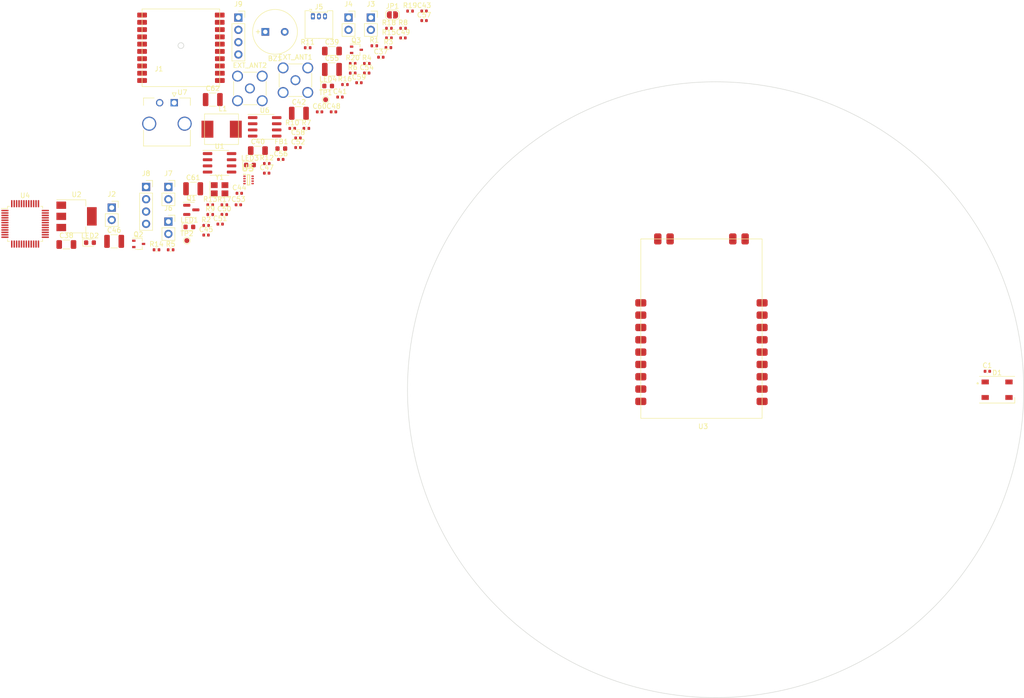
<source format=kicad_pcb>
(kicad_pcb (version 20211014) (generator pcbnew)
  (layers (0 "F.Cu" signal) (31 "B.Cu" signal) (34 "B.Paste" user) (35 "F.Paste" user) (36 "B.SilkS" user "B.Silkscreen") (37 "F.SilkS" user "F.Silkscreen") (38 "B.Mask" user) (39 "F.Mask" user) (44 "Edge.Cuts" user))
  (net 0 "")
  (net 1 "+5V")
  (net 2 "Net-(BZ1-Pad2)")
  (net 3 "GND")
  (net 4 "+3V3")
  (net 5 "+3.3VA")
  (net 6 "/OSC_IN")
  (net 7 "/OSC_OUT")
  (net 8 "NRST")
  (net 9 "+12V")
  (net 10 "Net-(D1-Pad2)")
  (net 11 "/LEDs/DIN")
  (net 12 "Net-(EXT_ANT1-Pad1)")
  (net 13 "Net-(EXT_ANT2-Pad1)")
  (net 14 "CANL")
  (net 15 "CANH")
  (net 16 "BOOT0")
  (net 17 "AMPOUT")
  (net 18 "SWCLK")
  (net 19 "SWDIO")
  (net 20 "UART1_RX")
  (net 21 "UART1_TX")
  (net 22 "Net-(JP1-Pad2)")
  (net 23 "Net-(LED1-Pad2)")
  (net 24 "Net-(LED2-Pad2)")
  (net 25 "Net-(LED3-Pad2)")
  (net 26 "Net-(LED4-Pad2)")
  (net 27 "Net-(Q1-Pad1)")
  (net 28 "Net-(Q2-Pad1)")
  (net 29 "BUZZER")
  (net 30 "STAT1")
  (net 31 "STAT2")
  (net 32 "I2C2_SCL")
  (net 33 "I2C2_SDA")
  (net 34 "MOSFET1")
  (net 35 "Net-(R15-Pad1)")
  (net 36 "Net-(R17-Pad1)")
  (net 37 "VBACKUP")
  (net 38 "3DFIX")
  (net 40 "GPSTX")
  (net 41 "GPSRX")
  (net 42 "ADC1")
  (net 43 "RXEN")
  (net 44 "DIO3")
  (net 45 "DIO4")
  (net 46 "DIO5")
  (net 47 "DIO1")
  (net 48 "TXEN")
  (net 49 "SPI2_CS")
  (net 50 "SPI2_SCK")
  (net 51 "SPI2_DI")
  (net 52 "SPI2_DO")
  (net 53 "DIO0")
  (net 54 "CAN_RX")
  (net 55 "CAN_TX")
  (net 56 "DIO2")
  (net 59 "Net-(Q1-Pad2)")
  (net 60 "Net-(Q3-Pad1)")
  (net 61 "Net-(R9-Pad1)")
  (net 62 "Net-(R16-Pad1)")
  (net 80 "Net-(C56-Pad2)")
  (net 81 "Net-(C59-Pad1)")
  (net 82 "Net-(C59-Pad2)")
  (net 83 "Net-(C60-Pad2)")
  (footprint "Connector_PinSocket_2.54mm:PinSocket_1x02_P2.54mm_Vertical" (layer "F.Cu") (at 94.23 115.33)
    (fp_text reference "J6" (at 0 -2.77) (layer "F.SilkS"))
    (fp_text value "RESET" hide)
    (pad "1" thru_hole rect (at 0 0) (size 1.7 1.7) (drill 1) (layers *.Cu *.Mask) (net 8 "NRST"))
    (pad "2" thru_hole oval (at 0 2.54) (size 1.7 1.7) (drill 1) (layers *.Cu *.Mask) (net 3 "GND"))
  )
  (footprint "Capacitor_SMD:C_0402_1005Metric" (layer "F.Cu") (at 108.65 111.87)
    (fp_text reference "C53" (at 0 -1.16) (layer "F.SilkS"))
    (fp_text value "0.1uF" hide)
    (pad "1" smd roundrect (at -0.48 0) (size 0.56 0.62) (layers "F.Cu" "F.Paste" "F.Mask") (net 3 "GND"))
    (pad "2" smd roundrect (at 0.48 0) (size 0.56 0.62) (layers "F.Cu" "F.Paste" "F.Mask") (net 9 "+12V"))
  )
  (footprint "Package_TO_SOT_SMD:SOT-323_SC-70" (layer "F.Cu") (at 88.1 119.93)
    (fp_text reference "Q2" (at -0.05 -1.95) (layer "F.SilkS"))
    (fp_text value "BC846AWHE3" hide)
    (pad "1" smd rect (at -1 -0.65 270) (size 0.45 0.7) (layers "F.Cu" "F.Paste" "F.Mask") (net 28 "Net-(Q2-Pad1)"))
    (pad "2" smd rect (at -1 0.65 270) (size 0.45 0.7) (layers "F.Cu" "F.Paste" "F.Mask") (net 27 "Net-(Q1-Pad1)"))
    (pad "3" smd rect (at 1 0 270) (size 0.45 0.7) (layers "F.Cu" "F.Paste" "F.Mask") (net 3 "GND"))
  )
  (footprint "Package_SO:SOIC-8_3.9x4.9mm_P1.27mm" (layer "F.Cu") (at 104.77 103.21)
    (fp_text reference "U1" (at 0 -3.4) (layer "F.SilkS"))
    (fp_text value "ACS711xLCTR-25AB" hide)
    (pad "1" smd roundrect (at -2.475 -1.905) (size 1.95 0.6) (layers "F.Cu" "F.Paste" "F.Mask") (net 9 "+12V"))
    (pad "2" smd roundrect (at -2.475 -0.635) (size 1.95 0.6) (layers "F.Cu" "F.Paste" "F.Mask") (net 9 "+12V"))
    (pad "3" smd roundrect (at -2.475 0.635) (size 1.95 0.6) (layers "F.Cu" "F.Paste" "F.Mask") (net 59 "Net-(Q1-Pad2)"))
    (pad "4" smd roundrect (at -2.475 1.905) (size 1.95 0.6) (layers "F.Cu" "F.Paste" "F.Mask") (net 59 "Net-(Q1-Pad2)"))
    (pad "5" smd roundrect (at 2.475 1.905) (size 1.95 0.6) (layers "F.Cu" "F.Paste" "F.Mask") (net 3 "GND"))
    (pad "6" smd roundrect (at 2.475 0.635) (size 1.95 0.6) (layers "F.Cu" "F.Paste" "F.Mask"))
    (pad "7" smd roundrect (at 2.475 -0.635) (size 1.95 0.6) (layers "F.Cu" "F.Paste" "F.Mask") (net 42 "ADC1"))
    (pad "8" smd roundrect (at 2.475 -1.905) (size 1.95 0.6) (layers "F.Cu" "F.Paste" "F.Mask") (net 4 "+3V3"))
  )
  (footprint "Package_TO_SOT_SMD:SOT-323_SC-70" (layer "F.Cu") (at 132.98 79.9)
    (fp_text reference "Q3" (at -0.05 -1.95) (layer "F.SilkS"))
    (fp_text value "BC846AWHE3" hide)
    (pad "1" smd rect (at -1 -0.65 270) (size 0.45 0.7) (layers "F.Cu" "F.Paste" "F.Mask") (net 60 "Net-(Q3-Pad1)"))
    (pad "2" smd rect (at -1 0.65 270) (size 0.45 0.7) (layers "F.Cu" "F.Paste" "F.Mask") (net 2 "Net-(BZ1-Pad2)"))
    (pad "3" smd rect (at 1 0 270) (size 0.45 0.7) (layers "F.Cu" "F.Paste" "F.Mask") (net 3 "GND"))
  )
  (footprint "Capacitor_SMD:C_0402_1005Metric" (layer "F.Cu") (at 120.94 98.09)
    (fp_text reference "C58" (at 0 -1.16) (layer "F.SilkS"))
    (fp_text value "0.1uF" hide)
    (pad "1" smd roundrect (at -0.48 0) (size 0.56 0.62) (layers "F.Cu" "F.Paste" "F.Mask") (net 1 "+5V"))
    (pad "2" smd roundrect (at 0.48 0) (size 0.56 0.62) (layers "F.Cu" "F.Paste" "F.Mask") (net 3 "GND"))
  )
  (footprint "Connector_PinSocket_2.54mm:PinSocket_1x02_P2.54mm_Vertical" (layer "F.Cu") (at 94.23 108.18)
    (fp_text reference "J7" (at 0 -2.77) (layer "F.SilkS"))
    (fp_text value "BOOT0" hide)
    (pad "1" thru_hole rect (at 0 0) (size 1.7 1.7) (drill 1) (layers *.Cu *.Mask) (net 4 "+3V3"))
    (pad "2" thru_hole oval (at 0 2.54) (size 1.7 1.7) (drill 1) (layers *.Cu *.Mask) (net 16 "BOOT0"))
  )
  (footprint "Capacitor_SMD:C_0402_1005Metric" (layer "F.Cu") (at 104.9 115.85)
    (fp_text reference "C51" (at 0 -1.16) (layer "F.SilkS"))
    (fp_text value "10nF" hide)
    (pad "1" smd roundrect (at -0.48 0) (size 0.56 0.62) (layers "F.Cu" "F.Paste" "F.Mask") (net 3 "GND"))
    (pad "2" smd roundrect (at 0.48 0) (size 0.56 0.62) (layers "F.Cu" "F.Paste" "F.Mask") (net 5 "+3.3VA"))
  )
  (footprint "Connector_PinSocket_2.54mm:PinSocket_1x04_P2.54mm_Vertical" (layer "F.Cu") (at 89.63 108.18)
    (fp_text reference "J8" (at 0 -2.77) (layer "F.SilkS"))
    (fp_text value "SWD" hide)
    (pad "1" thru_hole rect (at 0 0) (size 1.7 1.7) (drill 1) (layers *.Cu *.Mask) (net 3 "GND"))
    (pad "2" thru_hole oval (at 0 2.54) (size 1.7 1.7) (drill 1) (layers *.Cu *.Mask) (net 18 "SWCLK"))
    (pad "3" thru_hole oval (at 0 5.08) (size 1.7 1.7) (drill 1) (layers *.Cu *.Mask) (net 19 "SWDIO"))
    (pad "4" thru_hole oval (at 0 7.62) (size 1.7 1.7) (drill 1) (layers *.Cu *.Mask) (net 4 "+3V3"))
  )
  (footprint "Capacitor_SMD:C_1210_3225Metric" (layer "F.Cu") (at 103.37 90.17)
    (fp_text reference "C62" (at 0 -2.3) (layer "F.SilkS"))
    (fp_text value "22uF" hide)
    (pad "1" smd roundrect (at -1.475 0) (size 1.15 2.7) (layers "F.Cu" "F.Paste" "F.Mask") (roundrect_rratio 0.217391) (net 1 "+5V"))
    (pad "2" smd roundrect (at 1.475 0) (size 1.15 2.7) (layers "F.Cu" "F.Paste" "F.Mask") (roundrect_rratio 0.217391) (net 3 "GND"))
  )
  (footprint "Resistor_SMD:R_0402_1005Metric" (layer "F.Cu") (at 114.5 103.36)
    (fp_text reference "R12" (at 0 -1.17) (layer "F.SilkS"))
    (fp_text value "10k" hide)
    (pad "1" smd roundrect (at -0.51 0) (size 0.54 0.64) (layers "F.Cu" "F.Paste" "F.Mask") (net 29 "BUZZER"))
    (pad "2" smd roundrect (at 0.51 0) (size 0.54 0.64) (layers "F.Cu" "F.Paste" "F.Mask") (net 3 "GND"))
  )
  (footprint "TestPoint:TestPoint_Pad_D1.0mm" (layer "F.Cu") (at 98.03 119.25)
    (fp_text reference "TP2" (at 0 -1.448) (layer "F.SilkS"))
    (fp_text value "CANL" hide)
    (pad "1" smd circle (at 0 0) (size 1 1) (layers "F.Cu" "F.Mask") (net 14 "CANL"))
  )
  (footprint "Capacitor_SMD:C_0402_1005Metric" (layer "F.Cu") (at 129.59 89.65)
    (fp_text reference "C41" (at 0 -1.16) (layer "F.SilkS"))
    (fp_text value "0.1uF" hide)
    (pad "1" smd roundrect (at -0.48 0) (size 0.56 0.62) (layers "F.Cu" "F.Paste" "F.Mask") (net 8 "NRST"))
    (pad "2" smd roundrect (at 0.48 0) (size 0.56 0.62) (layers "F.Cu" "F.Paste" "F.Mask") (net 3 "GND"))
  )
  (footprint "Capacitor_SMD:C_1206_3216Metric" (layer "F.Cu") (at 112.67 100.69)
    (fp_text reference "C40" (at 0 -1.85) (layer "F.SilkS"))
    (fp_text value "10uF" hide)
    (pad "1" smd roundrect (at -1.475 0) (size 1.15 1.8) (layers "F.Cu" "F.Paste" "F.Mask") (roundrect_rratio 0.217391) (net 3 "GND"))
    (pad "2" smd roundrect (at 1.475 0) (size 1.15 1.8) (layers "F.Cu" "F.Paste" "F.Mask") (roundrect_rratio 0.217391) (net 4 "+3V3"))
  )
  (footprint "Capacitor_SMD:C_1206_3216Metric" (layer "F.Cu") (at 127.93 80.15)
    (fp_text reference "C39" (at 0 -1.85) (layer "F.SilkS"))
    (fp_text value "10uF" hide)
    (pad "1" smd roundrect (at -1.475 0) (size 1.15 1.8) (layers "F.Cu" "F.Paste" "F.Mask") (roundrect_rratio 0.217391) (net 3 "GND"))
    (pad "2" smd roundrect (at 1.475 0) (size 1.15 1.8) (layers "F.Cu" "F.Paste" "F.Mask") (roundrect_rratio 0.217391) (net 4 "+3V3"))
  )
  (footprint "Inductor_SMD:L_0603_1608Metric" (layer "F.Cu") (at 117.5 100.27)
    (fp_text reference "FB1" (at 0 -1.43) (layer "F.SilkS"))
    (fp_text value "FerriteBead" hide)
    (pad "1" smd roundrect (at -0.7875 0) (size 0.875 0.95) (layers "F.Cu" "F.Paste" "F.Mask") (net 5 "+3.3VA"))
    (pad "2" smd roundrect (at 0.7875 0) (size 0.875 0.95) (layers "F.Cu" "F.Paste" "F.Mask") (net 4 "+3V3"))
  )
  (footprint "Capacitor_SMD:C_0402_1005Metric" (layer "F.Cu") (at 146.92 73.88)
    (fp_text reference "C57" (at 0 -1.16) (layer "F.SilkS"))
    (fp_text value "0.1uF" hide)
    (pad "1" smd roundrect (at -0.48 0) (size 0.56 0.62) (layers "F.Cu" "F.Paste" "F.Mask") (net 4 "+3V3"))
    (pad "2" smd roundrect (at 0.48 0) (size 0.56 0.62) (layers "F.Cu" "F.Paste" "F.Mask") (net 3 "GND"))
  )
  (footprint "LED_SMD:LED_0603_1608Metric" (layer "F.Cu") (at 127.15 87.37)
    (fp_text reference "LED4" (at 0 -1.43) (layer "F.SilkS"))
    (fp_text value "STAT2" hide)
    (pad "1" smd roundrect (at -0.7875 0) (size 0.875 0.95) (layers "F.Cu" "F.Paste" "F.Mask") (net 3 "GND"))
    (pad "2" smd roundrect (at 0.7875 0) (size 0.875 0.95) (layers "F.Cu" "F.Paste" "F.Mask") (net 26 "Net-(LED4-Pad2)"))
  )
  (footprint "Capacitor_SMD:C_0402_1005Metric" (layer "F.Cu") (at 263 146.2 180)
    (fp_text reference "C1" (at 0.02 1.2) (layer "F.SilkS"))
    (fp_text value "0.1uF" hide)
    (pad "1" smd roundrect (at -0.48 0 180) (size 0.56 0.62) (layers "F.Cu" "F.Paste" "F.Mask"))
    (pad "2" smd roundrect (at 0.48 0 180) (size 0.56 0.62) (layers "F.Cu" "F.Paste" "F.Mask"))
  )
  (footprint "Resistor_SMD:R_0402_1005Metric" (layer "F.Cu") (at 91.78 121.15)
    (fp_text reference "R14" (at 0 -1.17) (layer "F.SilkS"))
    (fp_text value "10k" hide)
    (pad "1" smd roundrect (at -0.51 0) (size 0.54 0.64) (layers "F.Cu" "F.Paste" "F.Mask") (net 16 "BOOT0"))
    (pad "2" smd roundrect (at 0.51 0) (size 0.54 0.64) (layers "F.Cu" "F.Paste" "F.Mask") (net 3 "GND"))
  )
  (footprint "Resistor_SMD:R_0402_1005Metric" (layer "F.Cu") (at 142.59 75.47)
    (fp_text reference "R8" (at 0 -1.17) (layer "F.SilkS"))
    (fp_text value "200" hide)
    (pad "1" smd roundrect (at -0.51 0) (size 0.54 0.64) (layers "F.Cu" "F.Paste" "F.Mask") (net 31 "STAT2"))
    (pad "2" smd roundrect (at 0.51 0) (size 0.54 0.64) (layers "F.Cu" "F.Paste" "F.Mask") (net 26 "Net-(LED4-Pad2)"))
  )
  (footprint "Capacitor_SMD:C_1206_3216Metric" (layer "F.Cu") (at 73.2 120.05)
    (fp_text reference "C38" (at 0 -1.85) (layer "F.SilkS"))
    (fp_text value "10uF" hide)
    (pad "1" smd roundrect (at -1.475 0) (size 1.15 1.8) (layers "F.Cu" "F.Paste" "F.Mask") (roundrect_rratio 0.217391) (net 9 "+12V"))
    (pad "2" smd roundrect (at 1.475 0) (size 1.15 1.8) (layers "F.Cu" "F.Paste" "F.Mask") (roundrect_rratio 0.217391) (net 3 "GND"))
  )
  (footprint "Capacitor_SMD:C_0402_1005Metric" (layer "F.Cu") (at 120.94 100.06)
    (fp_text reference "C52" (at 0 -1.16) (layer "F.SilkS"))
    (fp_text value "1uF" hide)
    (pad "1" smd roundrect (at -0.48 0) (size 0.56 0.62) (layers "F.Cu" "F.Paste" "F.Mask") (net 3 "GND"))
    (pad "2" smd roundrect (at 0.48 0) (size 0.56 0.62) (layers "F.Cu" "F.Paste" "F.Mask") (net 5 "+3.3VA"))
  )
  (footprint "Capacitor_SMD:C_1210_3225Metric" (layer "F.Cu") (at 99.33 108.56)
    (fp_text reference "C61" (at 0 -2.3) (layer "F.SilkS"))
    (fp_text value "22uF" hide)
    (pad "1" smd roundrect (at -1.475 0) (size 1.15 2.7) (layers "F.Cu" "F.Paste" "F.Mask") (roundrect_rratio 0.217391) (net 1 "+5V"))
    (pad "2" smd roundrect (at 1.475 0) (size 1.15 2.7) (layers "F.Cu" "F.Paste" "F.Mask") (roundrect_rratio 0.217391) (net 3 "GND"))
  )
  (footprint "Capacitor_SMD:C_0402_1005Metric" (layer "F.Cu") (at 101.99 118.11)
    (fp_text reference "C45" (at 0 -1.16) (layer "F.SilkS"))
    (fp_text value "10pF" hide)
    (pad "1" smd roundrect (at -0.48 0) (size 0.56 0.62) (layers "F.Cu" "F.Paste" "F.Mask") (net 3 "GND"))
    (pad "2" smd roundrect (at 0.48 0) (size 0.56 0.62) (layers "F.Cu" "F.Paste" "F.Mask") (net 7 "/OSC_OUT"))
  )
  (footprint "Crystal:Crystal_SMD_3225-4Pin_3.2x2.5mm" (layer "F.Cu") (at 104.78 108.66)
    (fp_text reference "Y1" (at 0 -2.45) (layer "F.SilkS"))
    (fp_text value "8MHz" hide)
    (pad "1" smd rect (at -1.1 0.85) (size 1.4 1.2) (layers "F.Cu" "F.Paste" "F.Mask") (net 7 "/OSC_OUT"))
    (pad "2" smd rect (at 1.1 0.85) (size 1.4 1.2) (layers "F.Cu" "F.Paste" "F.Mask") (net 3 "GND"))
    (pad "3" smd rect (at 1.1 -0.85) (size 1.4 1.2) (layers "F.Cu" "F.Paste" "F.Mask") (net 6 "/OSC_IN"))
    (pad "4" smd rect (at -1.1 -0.85) (size 1.4 1.2) (layers "F.Cu" "F.Paste" "F.Mask") (net 3 "GND"))
  )
  (footprint "Capacitor_SMD:C_0402_1005Metric" (layer "F.Cu") (at 114.48 105.34)
    (fp_text reference "C47" (at 0 -1.16) (layer "F.SilkS"))
    (fp_text value "0.1uF" hide)
    (pad "1" smd roundrect (at -0.48 0) (size 0.56 0.62) (layers "F.Cu" "F.Paste" "F.Mask") (net 3 "GND"))
    (pad "2" smd roundrect (at 0.48 0) (size 0.56 0.62) (layers "F.Cu" "F.Paste" "F.Mask") (net 4 "+3V3"))
  )
  (footprint "LED_SMD:LED_WS2812B_PLCC4_5.0x5.0mm_P3.2mm" (layer "F.Cu") (at 265 150)
    (fp_text reference "D1" (at 0 -3.5) (layer "F.SilkS"))
    (fp_text value "WS2812B" hide)
    (pad "1" smd rect (at -2.45 -1.6) (size 1.5 1) (layers "F.Cu" "F.Paste" "F.Mask") (net 1 "+5V"))
    (pad "2" smd rect (at -2.45 1.6) (size 1.5 1) (layers "F.Cu" "F.Paste" "F.Mask") (net 10 "Net-(D1-Pad2)"))
    (pad "3" smd rect (at 2.45 1.6) (size 1.5 1) (layers "F.Cu" "F.Paste" "F.Mask") (net 3 "GND"))
    (pad "4" smd rect (at 2.45 -1.6) (size 1.5 1) (layers "F.Cu" "F.Paste" "F.Mask") (net 11 "/LEDs/DIN"))
  )
  (footprint "Capacitor_SMD:C_0402_1005Metric" (layer "F.Cu") (at 135.1 84.7)
    (fp_text reference "C54" (at 0 -1.16) (layer "F.SilkS"))
    (fp_text value "1uF" hide)
    (pad "1" smd roundrect (at -0.48 0) (size 0.56 0.62) (layers "F.Cu" "F.Paste" "F.Mask") (net 3 "GND"))
    (pad "2" smd roundrect (at 0.48 0) (size 0.56 0.62) (layers "F.Cu" "F.Paste" "F.Mask") (net 4 "+3V3"))
  )
  (footprint "Footprints:PA1616" (layer "F.Cu") (at 88.805 72.735)
    (fp_text reference "U7" (at 8.3 15.95 unlocked) (layer "F.SilkS"))
    (fp_text value "PA1616" hide)
    (fp_circle (center 8 6.3) (end 8.6 6.3) (layer "Edge.Cuts") (width 0.12) (fill none))
    (pad "1" smd roundrect (at 0 0) (size 2 1) (layers "F.Cu" "F.Paste" "F.Mask") (roundrect_rratio 0.15) (net 4 "+3V3"))
    (pad "2" smd roundrect (at 0 1.5) (size 2 1) (layers "F.Cu" "F.Paste" "F.Mask") (roundrect_rratio 0.15))
    (pad "3" smd roundrect (at 0 3) (size 2 1) (layers "F.Cu" "F.Paste" "F.Mask") (roundrect_rratio 0.15) (net 3 "GND"))
    (pad "4" smd roundrect (at 0 4.5) (size 2 1) (layers "F.Cu" "F.Paste" "F.Mask") (roundrect_rratio 0.15) (net 37 "VBACKUP"))
    (pad "5" smd roundrect (at 0 6) (size 2 1) (layers "F.Cu" "F.Paste" "F.Mask") (roundrect_rratio 0.15) (net 38 "3DFIX"))
    (pad "6" smd roundrect (at 0 7.5) (size 2 1) (layers "F.Cu" "F.Paste" "F.Mask") (roundrect_rratio 0.15))
    (pad "7" smd roundrect (at 0 9) (size 2 1) (layers "F.Cu" "F.Paste" "F.Mask") (roundrect_rratio 0.15))
    (pad "8" smd roundrect (at 0 10.5) (size 2 1) (layers "F.Cu" "F.Paste" "F.Mask") (roundrect_rratio 0.15) (net 3 "GND"))
    (pad "9" smd roundrect (at 0 12) (size 2 1) (layers "F.Cu" "F.Paste" "F.Mask") (roundrect_rratio 0.15) (net 40 "GPSTX"))
    (pad "10" smd roundrect (at 0 13.5) (size 2 1) (layers "F.Cu" "F.Paste" "F.Mask") (roundrect_rratio 0.15) (net 41 "GPSRX"))
    (pad "11" smd roundrect (at 16.025 13.5) (size 2 1) (layers "F.Cu" "F.Paste" "F.Mask") (roundrect_rratio 0.15) (net 13 "Net-(EXT_ANT2-Pad1)"))
    (pad "12" smd roundrect (at 16.025 12) (size 2 1) (layers "F.Cu" "F.Paste" "F.Mask") (roundrect_rratio 0.15) (net 3 "GND"))
    (pad "13" smd roundrect (at 16.025 10.5) (size 2 1) (layers "F.Cu" "F.Paste" "F.Mask") (roundrect_rratio 0.15))
    (pad "14" smd roundrect (at 16.025 9) (size 2 1) (layers "F.Cu" "F.Paste" "F.Mask") (roundrect_rratio 0.15))
    (pad "15" smd roundrect (at 16.025 7.5) (size 2 1) (layers "F.Cu" "F.Paste" "F.Mask") (roundrect_rratio 0.15))
    (pad "16" smd roundrect (at 16.025 6) (size 2 1) (layers "F.Cu" "F.Paste" "F.Mask") (roundrect_rratio 0.15))
    (pad "17" smd roundrect (at 16.025 4.5) (size 2 1) (layers "F.Cu" "F.Paste" "F.Mask") (roundrect_rratio 0.15))
    (pad "18" smd roundrect (at 16.025 3) (size 2 1) (layers "F.Cu" "F.Paste" "F.Mask") (roundrect_rratio 0.15))
    (pad "19" smd roundrect (at 16 1.5) (size 2 1) (layers "F.Cu" "F.Paste" "F.Mask") (roundrect_rratio 0.15) (net 3 "GND"))
    (pad "20" smd roundrect (at 16 0) (size 2 1) (layers "F.Cu" "F.Paste" "F.Mask") (roundrect_rratio 0.15))
  )
  (footprint "Package_SO:SOIC-8_3.9x4.9mm_P1.27mm" (layer "F.Cu") (at 114.07 95.79)
    (fp_text reference "U6" (at 0 -3.4) (layer "F.SilkS"))
    (fp_text value "SN65HVDA1040BQDRQ1" hide)
    (pad "1" smd roundrect (at -2.475 -1.905) (size 1.95 0.6) (layers "F.Cu" "F.Paste" "F.Mask") (net 55 "CAN_TX"))
    (pad "2" smd roundrect (at -2.475 -0.635) (size 1.95 0.6) (layers "F.Cu" "F.Paste" "F.Mask") (net 3 "GND"))
    (pad "3" smd roundrect (at -2.475 0.635) (size 1.95 0.6) (layers "F.Cu" "F.Paste" "F.Mask") (net 1 "+5V"))
    (pad "4" smd roundrect (at -2.475 1.905) (size 1.95 0.6) (layers "F.Cu" "F.Paste" "F.Mask") (net 54 "CAN_RX"))
    (pad "5" smd roundrect (at 2.475 1.905) (size 1.95 0.6) (layers "F.Cu" "F.Paste" "F.Mask"))
    (pad "6" smd roundrect (at 2.475 0.635) (size 1.95 0.6) (layers "F.Cu" "F.Paste" "F.Mask") (net 14 "CANL"))
    (pad "7" smd roundrect (at 2.475 -0.635) (size 1.95 0.6) (layers "F.Cu" "F.Paste" "F.Mask") (net 15 "CANH"))
    (pad "8" smd roundrect (at 2.475 -1.905) (size 1.95 0.6) (layers "F.Cu" "F.Paste" "F.Mask") (net 3 "GND"))
  )
  (footprint "Capacitor_SMD:C_1210_3225Metric" (layer "F.Cu") (at 121.12 92.99)
    (fp_text reference "C42" (at 0 -2.3) (layer "F.SilkS"))
    (fp_text value "22uF" hide)
    (pad "1" smd roundrect (at -1.475 0) (size 1.15 2.7) (layers "F.Cu" "F.Paste" "F.Mask") (roundrect_rratio 0.217391) (net 1 "+5V"))
    (pad "2" smd roundrect (at 1.475 0) (size 1.15 2.7) (layers "F.Cu" "F.Paste" "F.Mask") (roundrect_rratio 0.217391) (net 3 "GND"))
  )
  (footprint "Capacitor_SMD:C_0402_1005Metric" (layer "F.Cu") (at 125.38 92.7)
    (fp_text reference "C60" (at 0 -1.16) (layer "F.SilkS"))
    (fp_text value "10pF" hide)
    (pad "1" smd roundrect (at -0.48 0) (size 0.56 0.62) (layers "F.Cu" "F.Paste" "F.Mask") (net 1 "+5V"))
    (pad "2" smd roundrect (at 0.48 0) (size 0.56 0.62) (layers "F.Cu" "F.Paste" "F.Mask") (net 83 "Net-(C60-Pad2)"))
  )
  (footprint "Resistor_SMD:R_0402_1005Metric" (layer "F.Cu") (at 139.68 75.47)
    (fp_text reference "R18" (at 0 -1.17) (layer "F.SilkS"))
    (fp_text value "7.68k" hide)
    (pad "1" smd roundrect (at -0.51 0) (size 0.54 0.64) (layers "F.Cu" "F.Paste" "F.Mask") (net 3 "GND"))
    (pad "2" smd roundrect (at 0.51 0) (size 0.54 0.64) (layers "F.Cu" "F.Paste" "F.Mask") (net 83 "Net-(C60-Pad2)"))
  )
  (footprint "Resistor_SMD:R_0402_1005Metric" (layer "F.Cu") (at 122.93 79.47)
    (fp_text reference "R11" (at 0 -1.17) (layer "F.SilkS"))
    (fp_text value "10k" hide)
    (pad "1" smd roundrect (at -0.51 0) (size 0.54 0.64) (layers "F.Cu" "F.Paste" "F.Mask") (net 4 "+3V3"))
    (pad "2" smd roundrect (at 0.51 0) (size 0.54 0.64) (layers "F.Cu" "F.Paste" "F.Mask") (net 32 "I2C2_SCL"))
  )
  (footprint "Capacitor_SMD:C_0402_1005Metric" (layer "F.Cu") (at 128.25 92.7)
    (fp_text reference "C48" (at 0 -1.16) (layer "F.SilkS"))
    (fp_text value "0.1uF" hide)
    (pad "1" smd roundrect (at -0.48 0) (size 0.56 0.62) (layers "F.Cu" "F.Paste" "F.Mask") (net 3 "GND"))
    (pad "2" smd roundrect (at 0.48 0) (size 0.56 0.62) (layers "F.Cu" "F.Paste" "F.Mask") (net 1 "+5V"))
  )
  (footprint "Connector_PinSocket_2.54mm:PinSocket_1x04_P2.54mm_Vertical" (layer "F.Cu") (at 108.65 73.25)
    (fp_text reference "J9" (at 0 -2.77) (layer "F.SilkS"))
    (fp_text value "UART" hide)
    (pad "1" thru_hole rect (at 0 0) (size 1.7 1.7) (drill 1) (layers *.Cu *.Mask) (net 3 "GND"))
    (pad "2" thru_hole oval (at 0 2.54) (size 1.7 1.7) (drill 1) (layers *.Cu *.Mask) (net 20 "UART1_RX"))
    (pad "3" thru_hole oval (at 0 5.08) (size 1.7 1.7) (drill 1) (layers *.Cu *.Mask) (net 21 "UART1_TX"))
    (pad "4" thru_hole oval (at 0 7.62) (size 1.7 1.7) (drill 1) (layers *.Cu *.Mask) (net 4 "+3V3"))
  )
  (footprint "Resistor_SMD:R_0402_1005Metric" (layer "F.Cu") (at 139.68 77.46)
    (fp_text reference "R15" (at 0 -1.17) (layer "F.SilkS"))
    (fp_text value "604K" hide)
    (pad "1" smd roundrect (at -0.51 0) (size 0.54 0.64) (layers "F.Cu" "F.Paste" "F.Mask") (net 35 "Net-(R15-Pad1)"))
    (pad "2" smd roundrect (at 0.51 0) (size 0.54 0.64) (layers "F.Cu" "F.Paste" "F.Mask") (net 9 "+12V"))
  )
  (footprint "Package_TO_SOT_SMD:SOT-23" (layer "F.Cu") (at 98.95 112.91)
    (fp_text reference "Q1" (at 0 -2.4) (layer "F.SilkS"))
    (fp_text value "DMP26M7UFG" hide)
    (pad "1" smd roundrect (at -0.9375 -0.95) (size 1.475 0.6) (layers "F.Cu" "F.Paste" "F.Mask") (net 27 "Net-(Q1-Pad1)"))
    (pad "2" smd roundrect (at -0.9375 0.95) (size 1.475 0.6) (layers "F.Cu" "F.Paste" "F.Mask") (net 59 "Net-(Q1-Pad2)"))
    (pad "3" smd roundrect (at 0.9375 0) (size 1.475 0.6) (layers "F.Cu" "F.Paste" "F.Mask") (net 17 "AMPOUT"))
  )
  (footprint "Capacitor_SMD:C_0402_1005Metric" (layer "F.Cu") (at 146.92 71.91)
    (fp_text reference "C43" (at 0 -1.16) (layer "F.SilkS"))
    (fp_text value "0.1uF" hide)
    (pad "1" smd roundrect (at -0.48 0) (size 0.56 0.62) (layers "F.Cu" "F.Paste" "F.Mask") (net 3 "GND"))
    (pad "2" smd roundrect (at 0.48 0) (size 0.56 0.62) (layers "F.Cu" "F.Paste" "F.Mask") (net 4 "+3V3"))
  )
  (footprint "Resistor_SMD:R_0402_1005Metric" (layer "F.Cu") (at 102.01 116.13)
    (fp_text reference "R2" (at 0 -1.17) (layer "F.SilkS"))
    (fp_text value "10k" hide)
    (pad "1" smd roundrect (at -0.51 0) (size 0.54 0.64) (layers "F.Cu" "F.Paste" "F.Mask") (net 34 "MOSFET1"))
    (pad "2" smd roundrect (at 0.51 0) (size 0.54 0.64) (layers "F.Cu" "F.Paste" "F.Mask") (net 28 "Net-(Q2-Pad1)"))
  )
  (footprint "Capacitor_SMD:C_0402_1005Metric" (layer "F.Cu") (at 138.01 81.43)
    (fp_text reference "C37" (at 0 -1.16) (layer "F.SilkS"))
    (fp_text value "0.1uF" hide)
    (pad "1" smd roundrect (at -0.48 0) (size 0.56 0.62) (layers "F.Cu" "F.Paste" "F.Mask") (net 3 "GND"))
    (pad "2" smd roundrect (at 0.48 0) (size 0.56 0.62) (layers "F.Cu" "F.Paste" "F.Mask") (net 4 "+3V3"))
  )
  (footprint "Connector_Molex:Molex_PicoBlade_53048-0310_1x03_P1.25mm_Horizontal" (layer "F.Cu") (at 124 73)
    (fp_text reference "J5" (at 1.25 -1.95) (layer "F.SilkS"))
    (fp_text value "CAN" hide)
    (pad "1" thru_hole roundrect (at 0 0) (size 0.8 1.3) (drill 0.5) (layers *.Cu *.Mask) (net 14 "CANL"))
    (pad "2" thru_hole oval (at 1.25 0) (size 0.8 1.3) (drill 0.5) (layers *.Cu *.Mask) (net 15 "CANH"))
    (pad "3" thru_hole oval (at 2.5 0) (size 0.8 1.3) (drill 0.5) (layers *.Cu *.Mask) (net 3 "GND"))
  )
  (footprint "Package_TO_SOT_SMD:SOT-223-3_TabPin2" (layer "F.Cu") (at 75.3 114.25)
    (fp_text reference "U2" (at 0 -4.5) (layer "F.SilkS"))
    (fp_text value "LD1117S33TR_SOT223" hide)
    (pad "1" smd rect (at -3.15 -2.3) (size 2 1.5) (layers "F.Cu" "F.Paste" "F.Mask") (net 3 "GND"))
    (pad "2" smd rect (at 3.15 0) (size 2 3.8) (layers "F.Cu" "F.Paste" "F.Mask") (net 4 "+3V3"))
    (pad "2" smd rect (at -3.15 0) (size 2 1.5) (layers "F.Cu" "F.Paste" "F.Mask") (net 4 "+3V3"))
    (pad "3" smd rect (at -3.15 2.3) (size 2 1.5) (layers "F.Cu" "F.Paste" "F.Mask") (net 9 "+12V"))
  )
  (footprint "Connector_PinSocket_2.54mm:PinSocket_1x02_P2.54mm_Vertical" (layer "F.Cu") (at 131.35 73.25)
    (fp_text reference "J4" (at 0 -2.77) (layer "F.SilkS"))
    (fp_text value "AMP" hide)
    (pad "1" thru_hole rect (at 0 0) (size 1.7 1.7) (drill 1) (layers *.Cu *.Mask) (net 17 "AMPOUT"))
    (pad "2" thru_hole oval (at 0 2.54) (size 1.7 1.7) (drill 1) (layers *.Cu *.Mask) (net 3 "GND"))
  )
  (footprint "LED_SMD:LED_0603_1608Metric" (layer "F.Cu") (at 78.07 119.67)
    (fp_text reference "LED2" (at 0 -1.43) (layer "F.SilkS"))
    (fp_text value "FET1" hide)
    (pad "1" smd roundrect (at -0.7875 0) (size 0.875 0.95) (layers "F.Cu" "F.Paste" "F.Mask") (net 3 "GND"))
    (pad "2" smd roundrect (at 0.7875 0) (size 0.875 0.95) (layers "F.Cu" "F.Paste" "F.Mask") (net 24 "Net-(LED2-Pad2)"))
  )
  (footprint "Capacitor_SMD:C_1210_3225Metric" (layer "F.Cu") (at 83.05 119.4)
    (fp_text reference "C46" (at 0 -2.3) (layer "F.SilkS"))
    (fp_text value "22uF" hide)
    (pad "1" smd roundrect (at -1.475 0) (size 1.15 2.7) (layers "F.Cu" "F.Paste" "F.Mask") (roundrect_rratio 0.217391) (net 1 "+5V"))
    (pad "2" smd roundrect (at 1.475 0) (size 1.15 2.7) (layers "F.Cu" "F.Paste" "F.Mask") (roundrect_rratio 0.217391) (net 3 "GND"))
  )
  (footprint "Footprints:SOTFL50P160X60-8N" (layer "F.Cu") (at 110.745 106.73)
    (fp_text reference "U5" (at -0.15 -2.425) (layer "F.SilkS") (effects (font (size 1.27 1.27) (thickness 0.254))))
    (fp_text value "MP2393" hide)
    (pad "1" smd rect (at -0.838 -0.75 90) (size 0.3 0.475) (layers "F.Cu" "F.Paste" "F.Mask"))
    (pad "2" smd rect (at -0.838 -0.25 90) (size 0.3 0.475) (layers "F.Cu" "F.Paste" "F.Mask") (net 9 "+12V"))
    (pad "3" smd rect (at -0.838 0.25 90) (size 0.3 0.475) (layers "F.Cu" "F.Paste" "F.Mask") (net 81 "Net-(C59-Pad1)"))
    (pad "4" smd rect (at -0.838 0.75 90) (size 0.3 0.475) (layers "F.Cu" "F.Paste" "F.Mask") (net 3 "GND"))
    (pad "5" smd rect (at 0.838 0.75 90) (size 0.3 0.475) (layers "F.Cu" "F.Paste" "F.Mask") (net 62 "Net-(R16-Pad1)"))
    (pad "6" smd rect (at 0.838 0.25 90) (size 0.3 0.475) (layers "F.Cu" "F.Paste" "F.Mask") (net 35 "Net-(R15-Pad1)"))
    (pad "7" smd rect (at 0.838 -0.25 90) (size 0.3 0.475) (layers "F.Cu" "F.Paste" "F.Mask") (net 80 "Net-(C56-Pad2)"))
    (pad "8" smd rect (at 0.838 -0.75 90) (size 0.3 0.475) (layers "F.Cu" "F.Paste" "F.Mask") (net 36 "Net-(R17-Pad1)"))
  )
  (footprint "Resistor_SMD:R_0402_1005Metric" (layer "F.Cu") (at 102.85 113.87)
    (fp_text reference "R9" (at 0 -1.17) (layer "F.SilkS"))
    (fp_text value "10k" hide)
    (pad "1" smd roundrect (at -0.51 0) (size 0.54 0.64) (layers "F.Cu" "F.Paste" "F.Mask") (net 61 "Net-(R9-Pad1)"))
    (pad "2" smd roundrect (at 0.51 0) (size 0.54 0.64) (layers "F.Cu" "F.Paste" "F.Mask") (net 16 "BOOT0"))
  )
  (footprint "LED_SMD:LED_0603_1608Metric" (layer "F.Cu") (at 111.04 103.66)
    (fp_text reference "LED3" (at 0 -1.43) (layer "F.SilkS"))
    (fp_text value "STAT1" hide)
    (pad "1" smd roundrect (at -0.7875 0) (size 0.875 0.95) (layers "F.Cu" "F.Paste" "F.Mask") (net 3 "GND"))
    (pad "2" smd roundrect (at 0.7875 0) (size 0.875 0.95) (layers "F.Cu" "F.Paste" "F.Mask") (net 25 "Net-(LED3-Pad2)"))
  )
  (footprint "Resistor_SMD:R_0402_1005Metric" (layer "F.Cu") (at 132.21 82.72)
    (fp_text reference "R20" (at 0 -1.17) (layer "F.SilkS"))
    (fp_text value "120" hide)
    (pad "1" smd roundrect (at -0.51 0) (size 0.54 0.64) (layers "F.Cu" "F.Paste" "F.Mask") (net 15 "CANH"))
    (pad "2" smd roundrect (at 0.51 0) (size 0.54 0.64) (layers "F.Cu" "F.Paste" "F.Mask") (net 22 "Net-(JP1-Pad2)"))
  )
  (footprint "Resistor_SMD:R_0402_1005Metric" (layer "F.Cu") (at 105.76 111.88)
    (fp_text reference "R17" (at 0 -1.17) (layer "F.SilkS"))
    (fp_text value "15k" hide)
    (pad "1" smd roundrect (at -0.51 0) (size 0.54 0.64) (layers "F.Cu" "F.Paste" "F.Mask") (net 36 "Net-(R17-Pad1)"))
    (pad "2" smd roundrect (at 0.51 0) (size 0.54 0.64) (layers "F.Cu" "F.Paste" "F.Mask") (net 83 "Net-(C60-Pad2)"))
  )
  (footprint "Resistor_SMD:R_0402_1005Metric" (layer "F.Cu") (at 135.12 82.72)
    (fp_text reference "R4" (at 0 -1.17) (layer "F.SilkS"))
    (fp_text value "10k" hide)
    (pad "1" smd roundrect (at -0.51 0) (size 0.54 0.64) (layers "F.Cu" "F.Paste" "F.Mask") (net 34 "MOSFET1"))
    (pad "2" smd roundrect (at 0.51 0) (size 0.54 0.64) (layers "F.Cu" "F.Paste" "F.Mask") (net 3 "GND"))
  )
  (footprint "Connector_Coaxial:SMA_Amphenol_901-144_Vertical" (layer "F.Cu") (at 120.41 86.17)
    (fp_text reference "EXT_ANT1" (at 0 -4.75) (layer "F.SilkS"))
    (fp_text value "SMA_F_R_A_PCB" hide)
    (pad "1" thru_hole circle (at 0 0) (size 2.05 2.05) (drill 1.5) (layers *.Cu *.Mask) (net 12 "Net-(EXT_ANT1-Pad1)"))
    (pad "2" thru_hole circle (at 2.54 -2.54) (size 2.25 2.25) (drill 1.7) (layers *.Cu *.Mask) (net 3 "GND"))
    (pad "2" thru_hole circle (at -2.54 -2.54) (size 2.25 2.25) (drill 1.7) (layers *.Cu *.Mask) (net 3 "GND"))
    (pad "2" thru_hole circle (at 2.54 2.54) (size 2.25 2.25) (drill 1.7) (layers *.Cu *.Mask) (net 3 "GND"))
    (pad "2" thru_hole circle (at -2.54 2.54) (size 2.25 2.25) (drill 1.7) (layers *.Cu *.Mask) (net 3 "GND"))
  )
  (footprint "Connector_Coaxial:SMA_Amphenol_901-144_Vertical" (layer "F.Cu") (at 111.02 87.87)
    (fp_text reference "EXT_ANT2" (at 0 -4.75) (layer "F.SilkS"))
    (fp_text value "SMA_F_R_A_PCB" hide)
    (pad "1" thru_hole circle (at 0 0) (size 2.05 2.05) (drill 1.5) (layers *.Cu *.Mask) (net 13 "Net-(EXT_ANT2-Pad1)"))
    (pad "2" thru_hole circle (at -2.54 -2.54) (size 2.25 2.25) (drill 1.7) (layers *.Cu *.Mask) (net 3 "GND"))
    (pad "2" thru_hole circle (at 2.54 -2.54) (size 2.25 2.25) (drill 1.7) (layers *.Cu *.Mask) (net 3 "GND"))
    (pad "2" thru_hole circle (at -2.54 2.54) (size 2.25 2.25) (drill 1.7) (layers *.Cu *.Mask) (net 3 "GND"))
    (pad "2" thru_hole circle (at 2.54 2.54) (size 2.25 2.25) (drill 1.7) (layers *.Cu *.Mask) (net 3 "GND"))
  )
  (footprint "Capacitor_SMD:C_0402_1005Metric" (layer "F.Cu") (at 105.74 113.86)
    (fp_text reference "C50" (at 0 -1.16) (layer "F.SilkS"))
    (fp_text value "0.1uF" hide)
    (pad "1" smd roundrect (at -0.48 0) (size 0.56 0.62) (layers "F.Cu" "F.Paste" "F.Mask") (net 3 "GND"))
    (pad "2" smd roundrect (at 0.48 0) (size 0.56 0.62) (layers "F.Cu" "F.Paste" "F.Mask") (net 4 "+3V3"))
  )
  (footprint "Capacitor_SMD:C_0402_1005Metric" (layer "F.Cu") (at 117.39 102.51)
    (fp_text reference "C56" (at 0 -1.16) (layer "F.SilkS"))
    (fp_text value "6.8nF" hide)
    (pad "1" smd roundrect (at -0.48 0) (size 0.56 0.62) (layers "F.Cu" "F.Paste" "F.Mask") (net 3 "GND"))
    (pad "2" smd roundrect (at 0.48 0) (size 0.56 0.62) (layers "F.Cu" "F.Paste" "F.Mask") (net 80 "Net-(C56-Pad2)"))
  )
  (footprint "Resistor_SMD:R_0402_1005Metric" (layer "F.Cu") (at 130.61 87.07)
    (fp_text reference "R16" (at 0 -1.17) (layer "F.SilkS"))
    (fp_text value "20" hide)
    (pad "1" smd roundrect (at -0.51 0) (size 0.54 0.64) (layers "F.Cu" "F.Paste" "F.Mask") (net 62 "Net-(R16-Pad1)"))
    (pad "2" smd roundrect (at 0.51 0) (size 0.54 0.64) (layers "F.Cu" "F.Paste" "F.Mask") (net 82 "Net-(C59-Pad2)"))
  )
  (footprint "Package_QFP:LQFP-48_7x7mm_P0.5mm" (layer "F.Cu") (at 64.7 115.8)
    (fp_text reference "U4" (at 0 -5.85) (layer "F.SilkS"))
    (fp_text value "STM32F103C8Tx" hide)
    (pad "1" smd roundrect (at -4.1625 -2.75) (size 1.475 0.3) (layers "F.Cu" "F.Paste" "F.Mask") (net 4 "+3V3"))
    (pad "2" smd roundrect (at -4.1625 -2.25) (size 1.475 0.3) (layers "F.Cu" "F.Paste" "F.Mask"))
    (pad "3" smd roundrect (at -4.1625 -1.75) (size 1.475 0.3) (layers "F.Cu" "F.Paste" "F.Mask"))
    (pad "4" smd roundrect (at -4.1625 -1.25) (size 1.475 0.3) (layers "F.Cu" "F.Paste" "F.Mask"))
    (pad "5" smd roundrect (at -4.1625 -0.75) (size 1.475 0.3) (layers "F.Cu" "F.Paste" "F.Mask") (net 6 "/OSC_IN"))
    (pad "6" smd roundrect (at -4.1625 -0.25) (size 1.475 0.3) (layers "F.Cu" "F.Paste" "F.Mask") (net 7 "/OSC_OUT"))
    (pad "7" smd roundrect (at -4.1625 0.25) (size 1.475 0.3) (layers "F.Cu" "F.Paste" "F.Mask") (net 8 "NRST"))
    (pad "8" smd roundrect (at -4.1625 0.75) (size 1.475 0.3) (layers "F.Cu" "F.Paste" "F.Mask") (net 3 "GND"))
    (pad "9" smd roundrect (at -4.1625 1.25) (size 1.475 0.3) (layers "F.Cu" "F.Paste" "F.Mask") (net 5 "+3.3VA"))
    (pad "10" smd roundrect (at -4.1625 1.75) (size 1.475 0.3) (layers "F.Cu" "F.Paste" "F.Mask") (net 42 "ADC1"))
    (pad "11" smd roundrect (at -4.1625 2.25) (size 1.475 0.3) (layers "F.Cu" "F.Paste" "F.Mask") (net 43 "RXEN"))
    (pad "12" smd roundrect (at -4.1625 2.75) (size 1.475 0.3) (layers "F.Cu" "F.Paste" "F.Mask") (net 41 "GPSRX"))
    (pad "13" smd roundrect (at -2.75 4.1625) (size 0.3 1.475) (layers "F.Cu" "F.Paste" "F.Mask") (net 40 "GPSTX"))
    (pad "14" smd roundrect (at -2.25 4.1625) (size 0.3 1.475) (layers "F.Cu" "F.Paste" "F.Mask") (net 44 "DIO3"))
    (pad "15" smd roundrect (at -1.75 4.1625) (size 0.3 1.475) (layers "F.Cu" "F.Paste" "F.Mask") (net 45 "DIO4"))
    (pad "16" smd roundrect (at -1.25 4.1625) (size 0.3 1.475) (layers "F.Cu" "F.Paste" "F.Mask") (net 46 "DIO5"))
    (pad "17" smd roundrect (at -0.75 4.1625) (size 0.3 1.475) (layers "F.Cu" "F.Paste" "F.Mask") (net 47 "DIO1"))
    (pad "18" smd roundrect (at -0.25 4.1625) (size 0.3 1.475) (layers "F.Cu" "F.Paste" "F.Mask") (net 29 "BUZZER"))
    (pad "19" smd roundrect (at 0.25 4.1625) (size 0.3 1.475) (layers "F.Cu" "F.Paste" "F.Mask") (net 34 "MOSFET1"))
    (pad "20" smd roundrect (at 0.75 4.1625) (size 0.3 1.475) (layers "F.Cu" "F.Paste" "F.Mask") (net 48 "TXEN"))
    (pad "21" smd roundrect (at 1.25 4.1625) (size 0.3 1.475) (layers "F.Cu" "F.Paste" "F.Mask") (net 32 "I2C2_SCL"))
    (pad "22" smd roundrect (at 1.75 4.1625) (size 0.3 1.475) (layers "F.Cu" "F.Paste" "F.Mask") (net 33 "I2C2_SDA"))
    (pad "23" smd roundrect (at 2.25 4.1625) (size 0.3 1.475) (layers "F.Cu" "F.Paste" "F.Mask") (net 3 "GND"))
    (pad "24" smd roundrect (at 2.75 4.1625) (size 0.3 1.475) (layers "F.Cu" "F.Paste" "F.Mask") (net 4 "+3V3"))
    (pad "25" smd roundrect (at 4.1625 2.75) (size 1.475 0.3) (layers "F.Cu" "F.Paste" "F.Mask") (net 49 "SPI2_CS"))
    (pad "26" smd roundrect (at 4.1625 2.25) (size 1.475 0.3) (layers "F.Cu" "F.Paste" "F.Mask") (net 50 "SPI2_SCK"))
    (pad "27" smd roundrect (at 4.1625 1.75) (size 1.475 0.3) (layers "F.Cu" "F.Paste" "F.Mask") (net 51 "SPI2_DI"))
    (pad "28" smd roundrect (at 4.1625 1.25) (size 1.475 0.3) (layers "F.Cu" "F.Paste" "F.Mask") (net 52 "SPI2_DO"))
    (pad "29" smd roundrect (at 4.1625 0.75) (size 1.475 0.3) (layers "F.Cu" "F.Paste" "F.Mask") (net 30 "STAT1"))
    (pad "30" smd roundrect (at 4.1625 0.25) (size 1.475 0.3) (layers "F.Cu" "F.Paste" "F.Mask") (net 31 "STAT2"))
    (pad "31" smd roundrect (at 4.1625 -0.25) (size 1.475 0.3) (layers "F.Cu" "F.Paste" "F.Mask") (net 53 "DIO0"))
    (pad "32" smd roundrect (at 4.1625 -0.75) (size 1.475 0.3) (layers "F.Cu" "F.Paste" "F.Mask") (net 54 "CAN_RX"))
    (pad "33" smd roundrect (at 4.1625 -1.25) (size 1.475 0.3) (layers "F.Cu" "F.Paste" "F.Mask") (net 55 "CAN_TX"))
    (pad "34" smd roundrect (at 4.1625 -1.75) (size 1.475 0.3) (layers "F.Cu" "F.Paste" "F.Mask") (net 19 "SWDIO"))
    (pad "35" smd roundrect (at 4.1625 -2.25) (size 1.475 0.3) (layers "F.Cu" "F.Paste" "F.Mask") (net 3 "GND"))
    (pad "36" smd roundrect (at 4.1625 -2.75) (size 1.475 0.3) (layers "F.Cu" "F.Paste" "F.Mask") (net 4 "+3V3"))
    (pad "37" smd roundrect (at 2.75 -4.1625) (size 0.3 1.475) (layers "F.Cu" "F.Paste" "F.Mask") (net 18 "SWCLK"))
    (pad "38" smd roundrect (at 2.25 -4.1625) (size 0.3 1.475) (layers "F.Cu" "F.Paste" "F.Mask") (net 11 "/LEDs/DIN"))
    (pad "39" smd roundrect (at 1.75 -4.1625) (size 0.3 1.475) (layers "F.Cu" "F.Paste" "F.Mask") (net 56 "DIO2"))
    (pad "40" smd roundrect (at 1.25 -4.1625) (size 0.3 1.475) (layers "F.Cu" "F.Paste" "F.Mask") (net 38 "3DFIX"))
    (pad "41" smd roundrect (at 0.75 -4.1625) (size 0.3 1.475) (layers "F.Cu" "F.Paste" "F.Mask"))
    (pad "42" smd roundrect (at 0.25 -4.1625) (size 0.3 1.475) (layers "F.Cu" "F.Paste" "F.Mask") (net 21 "UART1_TX"))
    (pad "43" smd roundrect (at -0.25 -4.1625) (size 0.3 1.475) (layers "F.Cu" "F.Paste" "F.Mask") (net 20 "UART1_RX"))
    (pad "44" smd roundrect (at -0.75 -4.1625) (size 0.3 1.475) (layers "F.Cu" "F.Paste" "F.Mask") (net 61 "Net-(R9-Pad1)"))
    (pad "45" smd roundrect (at -1.25 -4.1625) (size 0.3 1.475) (layers "F.Cu" "F.Paste" "F.Mask"))
    (pad "46" smd roundrect (at -1.75 -4.1625) (size 0.3 1.475) (layers "F.Cu" "F.Paste" "F.Mask") (net 8 "NRST"))
    (pad "47" smd roundrect (at -2.25 -4.1625) (size 0.3 1.475) (layers "F.Cu" "F.Paste" "F.Mask") (net 3 "GND"))
    (pad "48" smd roundrect (at -2.75 -4.1625) (size 0.3 1.475) (layers "F.Cu" "F.Paste" "F.Mask") (net 4 "+3V3"))
  )
  (footprint "Resistor_SMD:R_0402_1005Metric" (layer "F.Cu") (at 119.75 96.11)
    (fp_text reference "R10" (at 0 -1.17) (layer "F.SilkS"))
    (fp_text value "10k" hide)
    (pad "1" smd roundrect (at -0.51 0) (size 0.54 0.64) (layers "F.Cu" "F.Paste" "F.Mask") (net 29 "BUZZER"))
    (pad "2" smd roundrect (at 0.51 0) (size 0.54 0.64) (layers "F.Cu" "F.Paste" "F.Mask") (net 60 "Net-(Q3-Pad1)"))
  )
  (footprint "Resistor_SMD:R_0402_1005Metric" (layer "F.Cu") (at 122.66 96.11)
    (fp_text reference "R7" (at 0 -1.17) (layer "F.SilkS"))
    (fp_text value "10k" hide)
    (pad "1" smd roundrect (at -0.51 0) (size 0.54 0.64) (layers "F.Cu" "F.Paste" "F.Mask") (net 4 "+3V3"))
    (pad "2" smd roundrect (at 0.51 0) (size 0.54 0.64) (layers "F.Cu" "F.Paste" "F.Mask") (net 8 "NRST"))
  )
  (footprint "Connector_PinSocket_2.54mm:PinSocket_1x02_P2.54mm_Vertical" (layer "F.Cu") (at 135.95 73.25)
    (fp_text reference "J3" (at 0 -2.77) (layer "F.SilkS"))
    (fp_text value "3V3" hide)
    (pad "1" thru_hole rect (at 0 0) (size 1.7 1.7) (drill 1) (layers *.Cu *.Mask) (net 4 "+3V3"))
    (pad "2" thru_hole oval (at 0 2.54) (size 1.7 1.7) (drill 1) (layers *.Cu *.Mask) (net 3 "GND"))
  )
  (footprint "Capacitor_SMD:C_0402_1005Metric" (layer "F.Cu") (at 133.5 86.69)
    (fp_text reference "C59" (at 0 -1.16) (layer "F.SilkS"))
    (fp_text value "1uF" hide)
    (pad "1" smd roundrect (at -0.48 0) (size 0.56 0.62) (layers "F.Cu" "F.Paste" "F.Mask") (net 81 "Net-(C59-Pad1)"))
    (pad "2" smd roundrect (at 0.48 0) (size 0.56 0.62) (layers "F.Cu" "F.Paste" "F.Mask") (net 82 "Net-(C59-Pad2)"))
  )
  (footprint "Resistor_SMD:R_0402_1005Metric" (layer "F.Cu") (at 139.57 79.45)
    (fp_text reference "R3" (at 0 -1.17) (layer "F.SilkS"))
    (fp_text value "68" hide)
    (pad "1" smd roundrect (at -0.51 0) (size 0.54 0.64) (layers "F.Cu" "F.Paste" "F.Mask") (net 4 "+3V3"))
    (pad "2" smd roundrect (at 0.51 0) (size 0.54 0.64) (layers "F.Cu" "F.Paste" "F.Mask") (net 23 "Net-(LED1-Pad2)"))
  )
  (footprint "Buzzer_Beeper:MagneticBuzzer_PUI_AT-0927-TT-6-R" (layer "F.Cu") (at 114.2 76.2)
    (fp_text reference "BZ1" (at 2 5.5) (layer "F.SilkS"))
    (fp_text value "Buzzer" hide)
    (fp_text user "+" (at -1.5 -0.1) (layer "F.SilkS"))
    (pad "1" thru_hole rect (at 0 0) (size 1.6 1.6) (drill 0.9) (layers *.Cu *.Mask) (net 1 "+5V"))
    (pad "2" thru_hole circle (at 4 0) (size 1.6 1.6) (drill 0.9) (layers *.Cu *.Mask) (net 2 "Net-(BZ1-Pad2)"))
  )
  (footprint "Resistor_SMD:R_0402_1005Metric" (layer "F.Cu") (at 136.66 79.07)
    (fp_text reference "R1" (at 0 -1.17) (layer "F.SilkS"))
    (fp_text value "10k" hide)
    (pad "1" smd roundrect (at -0.51 0) (size 0.54 0.64) (layers "F.Cu" "F.Paste" "F.Mask") (net 9 "+12V"))
    (pad "2" smd roundrect (at 0.51 0) (size 0.54 0.64) (layers "F.Cu" "F.Paste" "F.Mask") (net 27 "Net-(Q1-Pad1)"))
  )
  (footprint "LED_SMD:LED_0603_1608Metric" (layer "F.Cu") (at 98.55 116.43)
    (fp_text reference "LED1" (at 0 -1.43) (layer "F.SilkS"))
    (fp_text value "3V3" hide)
    (pad "1" smd roundrect (at -0.7875 0) (size 0.875 0.95) (layers "F.Cu" "F.Paste" "F.Mask") (net 3 "GND"))
    (pad "2" smd roundrect (at 0.7875 0) (size 0.875 0.95) (layers "F.Cu" "F.Paste" "F.Mask") (net 23 "Net-(LED1-Pad2)"))
  )
  (footprint "Capacitor_SMD:C_0402_1005Metric" (layer "F.Cu") (at 142.57 77.45)
    (fp_text reference "C49" (at 0 -1.16) (layer "F.SilkS"))
    (fp_text value "0.1uF" hide)
    (pad "1" smd roundrect (at -0.48 0) (size 0.56 0.62) (layers "F.Cu" "F.Paste" "F.Mask") (net 3 "GND"))
    (pad "2" smd roundrect (at 0.48 0) (size 0.56 0.62) (layers "F.Cu" "F.Paste" "F.Mask") (net 4 "+3V3"))
  )
  (footprint "Footprints:MGAH06034R7M" (layer "F.Cu") (at 105.345 96.225)
    (fp_text reference "L1" (at 0.1 -4.175 unlocked) (layer "F.SilkS"))
    (fp_text value "4.7uH" hide)
    (pad "1" smd rect (at -3.075 0.05) (size 2.45 3.5) (layers "F.Cu" "F.Paste" "F.Mask") (net 81 "Net-(C59-Pad1)"))
    (pad "2" smd rect (at 2.775 0.05) (size 2.45 3.5) (layers "F.Cu" "F.Paste" "F.Mask" "Eco2.User") (net 1 "+5V"))
  )
  (footprint "TestPoint:TestPoint_Pad_D1.0mm" (layer "F.Cu") (at 126.63 90.19)
    (fp_text reference "TP1" (at 0 -1.448) (layer "F.SilkS"))
    (fp_text value "CANH" hide)
    (pad "1" smd circle (at 0 0) (size 1 1) (layers "F.Cu" "F.Mask") (net 15 "CANH"))
  )
  (footprint "Jumper:SolderJumper-2_P1.3mm_Open_RoundedPad1.0x1.5mm" (layer "F.Cu") (at 140.4 72.7)
    (fp_text reference "JP1" (at 0 -1.8) (layer "F.SilkS"))
    (fp_text value "TERMINATION" hide)
    (pad "1" smd custom (at -0.65 0) (size 1 0.5) (layers "F.Cu" "F.Mask") (net 14 "CANL") (options (clearance outline) (anchor rect)) (primitives (gr_circle (center 0 0.25) (end 0.5 0.25) (width 0) (fill yes)) (gr_circle (center 0 -0.25) (end 0.5 -0.25) (width 0) (fill yes)) (gr_poly (pts (xy 0.5 0.75) (xy 0 0.75) (xy 0 -0.75) (xy 0.5 -0.75)) (width 0) (fill yes))))
    (pad "2" smd custom (at 0.65 0) (size 1 0.5) (layers "F.Cu" "F.Mask") (net 22 "Net-(JP1-Pad2)") (options (clearance outline) (anchor rect)) (primitives (gr_circle (center 0 0.25) (end 0.5 0.25) (width 0) (fill yes)) (gr_circle (center 0 -0.25) (end 0.5 -0.25) (width 0) (fill yes)) (gr_poly (pts (xy 0 0.75) (xy -0.5 0.75) (xy -0.5 -0.75) (xy 0 -0.75)) (width 0) (fill yes))))
  )
  (footprint "Connector_PinSocket_2.54mm:PinSocket_1x02_P2.54mm_Vertical" (layer "F.Cu") (at 82.55 112.45)
    (fp_text reference "J2" (at 0 -2.77) (layer "F.SilkS"))
    (fp_text value "5V" hide)
    (pad "1" thru_hole rect (at 0 0) (size 1.7 1.7) (drill 1) (layers *.Cu *.Mask) (net 1 "+5V"))
    (pad "2" thru_hole oval (at 0 2.54) (size 1.7 1.7) (drill 1) (layers *.Cu *.Mask) (net 3 "GND"))
  )
  (footprint "Resistor_SMD:R_0402_1005Metric" (layer "F.Cu") (at 102.85 111.88)
    (fp_text reference "R13" (at 0 -1.17) (layer "F.SilkS"))
    (fp_text value "10k" hide)
    (pad "1" smd roundrect (at -0.51 0) (size 0.54 0.64) (layers "F.Cu" "F.Paste" "F.Mask") (net 4 "+3V3"))
    (pad "2" smd roundrect (at 0.51 0) (size 0.54 0.64) (layers "F.Cu" "F.Paste" "F.Mask") (net 33 "I2C2_SDA"))
  )
  (footprint "Footprints:DL-SX1278PA" (layer "F.Cu") (at 191.579388 118.904363)
    (fp_text reference "U3" (at 12.85 38.675 unlocked) (layer "F.SilkS"))
    (fp_text value "DL-SX1278PA" hide)
    (pad "1" smd roundrect (at 0 13.18) (size 2.286 1.524) (layers "F.Cu" "F.Paste" "F.Mask") (net 3 "GND"))
    (pad "2" smd roundrect (at 0 15.72) (size 2.286 1.524) (layers "F.Cu" "F.Paste" "F.Mask") (net 46 "DIO5"))
    (pad "3" smd roundrect (at 0 18.26) (size 2.286 1.524) (layers "F.Cu" "F.Paste" "F.Mask") (net 45 "DIO4"))
    (pad "4" smd roundrect (at 0 20.8) (size 2.286 1.524) (layers "F.Cu" "F.Paste" "F.Mask") (net 44 "DIO3"))
    (pad "5" smd roundrect (at 0 23.34) (size 2.286 1.524) (layers "F.Cu" "F.Paste" "F.Mask") (net 56 "DIO2"))
    (pad "6" smd roundrect (at 0 25.88) (size 2.286 1.524) (layers "F.Cu" "F.Paste" "F.Mask") (net 47 "DIO1"))
    (pad "7" smd roundrect (at 0 28.42) (size 2.286 1.524) (layers "F.Cu" "F.Paste" "F.Mask") (net 53 "DIO0"))
    (pad "8" smd roundrect (at 0 30.96) (size 2.286 1.524) (layers "F.Cu" "F.Paste" "F.Mask") (net 8 "NRST"))
    (pad "9" smd roundrect (at 0 33.5) (size 2.286 1.524) (layers "F.Cu" "F.Paste" "F.Mask") (net 3 "GND"))
    (pad "10" smd roundrect (at 25 33.5) (size 2.286 1.524) (layers "F.Cu" "F.Paste" "F.Mask") (net 3 "GND"))
    (pad "11" smd roundrect (at 25 30.96) (size 2.286 1.524) (layers "F.Cu" "F.Paste" "F.Mask") (net 1 "+5V"))
    (pad "12" smd roundrect (at 25 28.42) (size 2.286 1.524) (layers "F.Cu" "F.Paste" "F.Mask") (net 50 "SPI2_SCK"))
    (pad "13" smd roundrect (at 25 25.88) (size 2.286 1.524) (layers "F.Cu" "F.Paste" "F.Mask") (net 51 "SPI2_DI"))
    (pad "14" smd roundrect (at 25 23.34) (size 2.286 1.524) (layers "F.Cu" "F.Paste" "F.Mask") (net 52 "SPI2_DO"))
    (pad "15" smd roundrect (at 25 20.8) (size 2.286 1.524) (layers "F.Cu" "F.Paste" "F.Mask") (net 49 "SPI2_CS"))
    (pad "16" smd roundrect (at 25 18.26) (size 2.286 1.524) (layers "F.Cu" "F.Paste" "F.Mask") (net 48 "TXEN"))
    (pad "17" smd roundrect (at 25 15.72) (size 2.286 1.524) (layers "F.Cu" "F.Paste" "F.Mask") (net 43 "RXEN"))
    (pad "18" smd roundrect (at 25 13.18) (size 2.286 1.524) (layers "F.Cu" "F.Paste" "F.Mask") (net 3 "GND"))
    (pad "19" smd roundrect (at 21.5 0 270) (size 2.286 1.524) (layers "F.Cu" "F.Paste" "F.Mask") (net 12 "Net-(EXT_ANT1-Pad1)"))
    (pad "20" smd roundrect (at 18.96 0 270) (size 2.286 1.524) (layers "F.Cu" "F.Paste" "F.Mask") (net 3 "GND"))
    (pad "21" smd roundrect (at 6.04 0 90) (size 2.286 1.524) (layers "F.Cu" "F.Paste" "F.Mask") (net 3 "GND"))
    (pad "22" smd roundrect (at 3.5 0 90) (size 2.286 1.524) (layers "F.Cu" "F.Paste" "F.Mask") (net 3 "GND"))
  )
  (footprint "Resistor_SMD:R_0402_1005Metric" (layer "F.Cu") (at 144.03 71.92)
    (fp_text reference "R19" (at 0 -1.17) (layer "F.SilkS"))
    (fp_text value "40.2k" hide)
    (pad "1" smd roundrect (at -0.51 0) (size 0.54 0.64) (layers "F.Cu" "F.Paste" "F.Mask") (net 83 "Net-(C60-Pad2)"))
    (pad "2" smd roundrect (at 0.51 0) (size 0.54 0.64) (layers "F.Cu" "F.Paste" "F.Mask") (net 1 "+5V"))
  )
  (footprint "Footprints:MOLEX_436500203" (layer "F.Cu") (at 95.425 90.82)
    (fp_text reference "J1" (at -3.15 -6.9718) (layer "F.SilkS"))
    (fp_text value "NOSECONE" hide)
    (pad "1" thru_hole rect (at 0 0) (size 1.52 1.52) (drill 1.02) (layers *.Cu) (net 9 "+12V"))
    (pad "2" thru_hole circle (at -3 0) (size 1.52 1.52) (drill 1.02) (layers *.Cu) (net 3 "GND"))
    (pad "S1" thru_hole circle (at 2.15 4.32) (size 2.91 2.91) (drill 2.41) (layers *.Cu))
    (pad "S2" thru_hole circle (at -5.15 4.32) (size 2.91 2.91) (drill 2.41) (layers *.Cu))
  )
  (footprint "Capacitor_SMD:C_1210_3225Metric" (layer "F.Cu") (at 127.93 83.95)
    (fp_text reference "C55" (at 0 -2.3) (layer "F.SilkS"))
    (fp_text value "22uF" hide)
    (pad "1" smd roundrect (at -1.475 0) (size 1.15 2.7) (layers "F.Cu" "F.Paste" "F.Mask") (roundrect_rratio 0.217391) (net 3 "GND"))
    (pad "2" smd roundrect (at 1.475 0) (size 1.15 2.7) (layers "F.Cu" "F.Paste" "F.Mask") (roundrect_rratio 0.217391) (net 9 "+12V"))
  )
  (footprint "Capacitor_SMD:C_0402_1005Metric" (layer "F.Cu") (at 108.84 109.49)
    (fp_text reference "C44" (at 0 -1.16) (layer "F.SilkS"))
    (fp_text value "10pF" hide)
    (pad "1" smd roundrect (at -0.48 0) (size 0.56 0.62) (layers "F.Cu" "F.Paste" "F.Mask") (net 3 "GND"))
    (pad "2" smd roundrect (at 0.48 0) (size 0.56 0.62) (layers "F.Cu" "F.Paste" "F.Mask") (net 6 "/OSC_IN"))
  )
  (footprint "Resistor_SMD:R_0402_1005Metric" (layer "F.Cu") (at 132.21 84.71)
    (fp_text reference "R6" (at 0 -1.17) (layer "F.SilkS"))
    (fp_text value "200" hide)
    (pad "1" smd roundrect (at -0.51 0) (size 0.54 0.64) (layers "F.Cu" "F.Paste" "F.Mask") (net 30 "STAT1"))
    (pad "2" smd roundrect (at 0.51 0) (size 0.54 0.64) (layers "F.Cu" "F.Paste" "F.Mask") (net 25 "Net-(LED3-Pad2)"))
  )
  (footprint "Resistor_SMD:R_0402_1005Metric" (layer "F.Cu") (at 94.69 121.15)
    (fp_text reference "R5" (at 0 -1.17) (layer "F.SilkS"))
    (fp_text value "68" hide)
    (pad "1" smd roundrect (at -0.51 0) (size 0.54 0.64) (layers "F.Cu" "F.Paste" "F.Mask") (net 34 "MOSFET1"))
    (pad "2" smd roundrect (at 0.51 0) (size 0.54 0.64) (layers "F.Cu" "F.Paste" "F.Mask") (net 24 "Net-(LED2-Pad2)"))
  )
  (gr_circle (center 261 148.7) (end 261.1 148.6) (layer "F.SilkS") (width 0.15) (fill none))
  (gr_circle (center 207 150) (end 270.5 150) (layer "Edge.Cuts") (width 0.1) (fill none))
)
</source>
